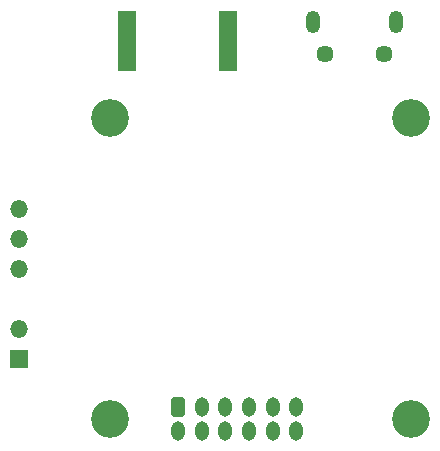
<source format=gbr>
%TF.GenerationSoftware,KiCad,Pcbnew,8.0.8*%
%TF.CreationDate,2025-04-15T16:12:00+02:00*%
%TF.ProjectId,gFocus,67466f63-7573-42e6-9b69-6361645f7063,rev?*%
%TF.SameCoordinates,Original*%
%TF.FileFunction,Soldermask,Bot*%
%TF.FilePolarity,Negative*%
%FSLAX46Y46*%
G04 Gerber Fmt 4.6, Leading zero omitted, Abs format (unit mm)*
G04 Created by KiCad (PCBNEW 8.0.8) date 2025-04-15 16:12:00*
%MOMM*%
%LPD*%
G01*
G04 APERTURE LIST*
G04 Aperture macros list*
%AMRoundRect*
0 Rectangle with rounded corners*
0 $1 Rounding radius*
0 $2 $3 $4 $5 $6 $7 $8 $9 X,Y pos of 4 corners*
0 Add a 4 corners polygon primitive as box body*
4,1,4,$2,$3,$4,$5,$6,$7,$8,$9,$2,$3,0*
0 Add four circle primitives for the rounded corners*
1,1,$1+$1,$2,$3*
1,1,$1+$1,$4,$5*
1,1,$1+$1,$6,$7*
1,1,$1+$1,$8,$9*
0 Add four rect primitives between the rounded corners*
20,1,$1+$1,$2,$3,$4,$5,0*
20,1,$1+$1,$4,$5,$6,$7,0*
20,1,$1+$1,$6,$7,$8,$9,0*
20,1,$1+$1,$8,$9,$2,$3,0*%
G04 Aperture macros list end*
%ADD10R,1.500000X1.500000*%
%ADD11O,1.500000X1.500000*%
%ADD12C,3.200000*%
%ADD13O,1.200000X1.900000*%
%ADD14C,1.450000*%
%ADD15RoundRect,0.250000X-0.350000X-0.575000X0.350000X-0.575000X0.350000X0.575000X-0.350000X0.575000X0*%
%ADD16O,1.200000X1.650000*%
%ADD17R,1.500000X5.080000*%
G04 APERTURE END LIST*
D10*
%TO.C,U1*%
X125500000Y-105382500D03*
D11*
X125500000Y-102842500D03*
X125500000Y-97762500D03*
X125500000Y-95222500D03*
X125500000Y-92682500D03*
%TD*%
D12*
%TO.C,H2*%
X158650000Y-110400000D03*
%TD*%
D13*
%TO.C,J4*%
X157400000Y-76800000D03*
D14*
X156400000Y-79500000D03*
X151400000Y-79500000D03*
D13*
X150400000Y-76800000D03*
%TD*%
D12*
%TO.C,H1*%
X133150000Y-110400000D03*
%TD*%
%TO.C,H3*%
X158650000Y-84900000D03*
%TD*%
D15*
%TO.C,J3*%
X138945000Y-109400000D03*
D16*
X138945000Y-111400000D03*
X140945000Y-109400000D03*
X140945000Y-111400000D03*
X142945000Y-109400000D03*
X142945000Y-111400000D03*
X144945000Y-109400000D03*
X144945000Y-111400000D03*
X146945000Y-109400000D03*
X146945000Y-111400000D03*
X148945000Y-109400000D03*
X148945000Y-111400000D03*
%TD*%
D12*
%TO.C,H4*%
X133150000Y-84900000D03*
%TD*%
D17*
%TO.C,J2*%
X134650000Y-78400000D03*
X143150000Y-78400000D03*
%TD*%
M02*

</source>
